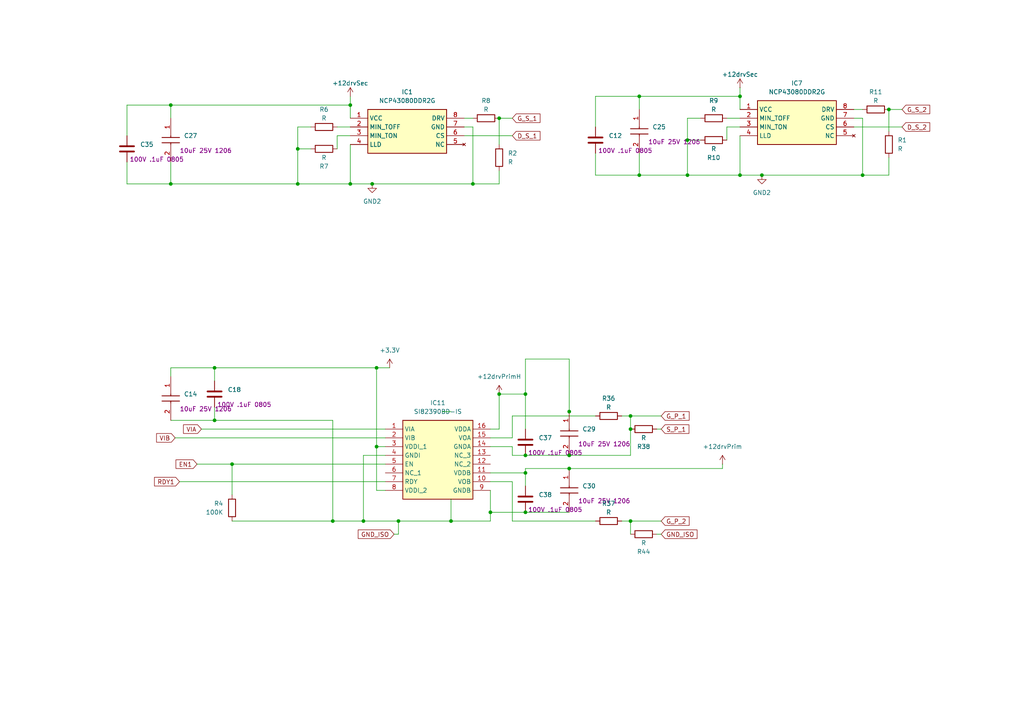
<source format=kicad_sch>
(kicad_sch (version 20250114) (generator "eeschema") (generator_version "9.0")
  (paper "A4")
  (lib_symbols
    (symbol "Device:C" (pin_numbers (hide yes)) (pin_names (offset 0.254))
      (property "Reference" "C" (at 0.635 2.54 0))
      (property "Value" "C" (at 0.635 -2.54 0))
      (symbol "C_0_1"
        (polyline (pts (xy -2.032 0.762) (xy 2.032 0.762)) (stroke (width 0.508)))
        (polyline (pts (xy -2.032 -0.762) (xy 2.032 -0.762)) (stroke (width 0.508)))
      )
      (symbol "C_1_1"
        (pin passive line (at 0 3.81 270) (length 2.794) (name "~") (number "1"))
        (pin passive line (at 0 -3.81 90) (length 2.794) (name "~") (number "2"))
      )
    )
    (symbol "Device:R" (pin_numbers (hide yes)) (pin_names (offset 0))
      (property "Reference" "R" (at 2.032 0 90))
      (property "Value" "R" (at 0 0 90))
      (symbol "R_0_1"
        (rectangle (start -1.016 -2.54) (end 1.016 2.54) (stroke (width 0.254)))
      )
      (symbol "R_1_1"
        (pin passive line (at 0 3.81 270) (length 1.27) (name "~") (number "1"))
        (pin passive line (at 0 -3.81 90) (length 1.27) (name "~") (number "2"))
      )
    )
    (symbol "GRM31CR71E106KA12K:GRM31CR71E106KA12K" (pin_names (hide yes))
      (property "Reference" "C" (at 8.89 6.35 0))
      (property "Value" "GRM31CR71E106KA12K" (at 8.89 3.81 0))
      (symbol "GRM31CR71E106KA12K_1_1"
        (polyline (pts (xy 5.08 0) (xy 5.588 0)) (stroke (width 0.254)))
        (polyline (pts (xy 5.588 2.54) (xy 5.588 -2.54)) (stroke (width 0.254)))
        (polyline (pts (xy 7.112 2.54) (xy 7.112 -2.54)) (stroke (width 0.254)))
        (polyline (pts (xy 7.112 0) (xy 7.62 0)) (stroke (width 0.254)))
        (pin passive line (at 0 0 0) (length 5.08) (name "1") (number "1"))
        (pin passive line (at 12.7 0 180) (length 5.08) (name "2") (number "2"))
      )
    )
    (symbol "NCP43080ADR2G:NCP43080ADR2G"
      (property "Reference" "IC" (at 29.21 7.62 0))
      (property "Value" "NCP43080ADR2G" (at 29.21 5.08 0))
      (symbol "NCP43080ADR2G_1_1"
        (rectangle (start 5.08 2.54) (end 27.94 -10.16) (stroke (width 0.254)) (fill (type background)))
        (pin passive line (at 0 0 0) (length 5.08) (name "VCC") (number "1"))
        (pin passive line (at 0 -2.54 0) (length 5.08) (name "MIN_TOFF") (number "2"))
        (pin passive line (at 0 -5.08 0) (length 5.08) (name "MIN_TON") (number "3"))
        (pin passive line (at 0 -7.62 0) (length 5.08) (name "LLD") (number "4"))
        (pin passive line (at 33.02 0 180) (length 5.08) (name "DRV") (number "8"))
        (pin passive line (at 33.02 -2.54 180) (length 5.08) (name "GND") (number "7"))
        (pin passive line (at 33.02 -5.08 180) (length 5.08) (name "CS") (number "6"))
        (pin no_connect line (at 33.02 -7.62 180) (length 5.08) (name "NC") (number "5"))
      )
    )
    (symbol "SI82390BD-IS:SI82390BD-IS"
      (property "Reference" "IC" (at 26.67 7.62 0))
      (property "Value" "SI82390BD-IS" (at 26.67 5.08 0))
      (symbol "SI82390BD-IS_1_1"
        (rectangle (start 5.08 2.54) (end 25.4 -20.32) (stroke (width 0.254)) (fill (type background)))
        (pin passive line (at 0 0 0) (length 5.08) (name "VIA") (number "1"))
        (pin passive line (at 0 -2.54 0) (length 5.08) (name "VIB") (number "2"))
        (pin passive line (at 0 -5.08 0) (length 5.08) (name "VDDI_1") (number "3"))
        (pin passive line (at 0 -7.62 0) (length 5.08) (name "GNDI") (number "4"))
        (pin passive line (at 0 -10.16 0) (length 5.08) (name "EN") (number "5"))
        (pin passive line (at 0 -12.7 0) (length 5.08) (name "NC_1") (number "6"))
        (pin passive line (at 0 -15.24 0) (length 5.08) (name "RDY") (number "7"))
        (pin passive line (at 0 -17.78 0) (length 5.08) (name "VDDI_2") (number "8"))
        (pin passive line (at 30.48 0 180) (length 5.08) (name "VDDA") (number "16"))
        (pin passive line (at 30.48 -2.54 180) (length 5.08) (name "VOA") (number "15"))
        (pin passive line (at 30.48 -5.08 180) (length 5.08) (name "GNDA") (number "14"))
        (pin passive line (at 30.48 -7.62 180) (length 5.08) (name "NC_3") (number "13"))
        (pin passive line (at 30.48 -10.16 180) (length 5.08) (name "NC_2") (number "12"))
        (pin passive line (at 30.48 -12.7 180) (length 5.08) (name "VDDB") (number "11"))
        (pin passive line (at 30.48 -15.24 180) (length 5.08) (name "VOB") (number "10"))
        (pin passive line (at 30.48 -17.78 180) (length 5.08) (name "GNDB") (number "9"))
      )
    )
    (symbol "power:+12V" (power) (pin_numbers (hide yes)) (pin_names (offset 0) (hide yes))
      (property "Value" "+12V" (at 0 3.556 0))
      (symbol "+12V_0_1"
        (polyline (pts (xy -0.762 1.27) (xy 0 2.54)))
        (polyline (pts (xy 0 2.54) (xy 0.762 1.27)))
        (polyline (pts (xy 0 0) (xy 0 2.54)))
      )
      (symbol "+12V_1_1"
        (pin power_in line (at 0 0 90) (length 0) (name "~") (number "1"))
      )
    )
    (symbol "power:+5V" (power) (pin_numbers (hide yes)) (pin_names (offset 0) (hide yes))
      (property "Value" "+5V" (at 0 3.556 0))
      (symbol "+5V_0_1"
        (polyline (pts (xy -0.762 1.27) (xy 0 2.54)))
        (polyline (pts (xy 0 2.54) (xy 0.762 1.27)))
        (polyline (pts (xy 0 0) (xy 0 2.54)))
      )
      (symbol "+5V_1_1"
        (pin power_in line (at 0 0 90) (length 0) (name "~") (number "1"))
      )
    )
    (symbol "power:GND2" (power) (pin_numbers (hide yes)) (pin_names (offset 0) (hide yes))
      (property "Value" "GND2" (at 0 -3.81 0))
      (symbol "GND2_0_1"
        (polyline (pts (xy 0 0) (xy 0 -1.27) (xy 1.27 -1.27) (xy 0 -2.54) (xy -1.27 -1.27) (xy 0 -1.27)))
      )
      (symbol "GND2_1_1"
        (pin power_in line (at 0 0 270) (length 0) (name "~") (number "1"))
      )
    )
  )
  (junction (at 49.53 30.48))
  (junction (at 182.88 124.46))
  (junction (at 105.41 151.13))
  (junction (at 101.6 53.34))
  (junction (at 152.4 148.59))
  (junction (at 165.1 132.08))
  (junction (at 185.42 27.94))
  (junction (at 199.39 50.8))
  (junction (at 115.57 151.13))
  (junction (at 96.52 151.13))
  (junction (at 67.31 134.62))
  (junction (at 101.6 30.48))
  (junction (at 86.36 43.18))
  (junction (at 182.88 120.65))
  (junction (at 257.81 31.75))
  (junction (at 250.19 50.8))
  (junction (at 165.1 119.38))
  (junction (at 49.53 53.34))
  (junction (at 109.22 129.54))
  (junction (at 62.23 106.68))
  (junction (at 130.81 151.13))
  (junction (at 144.78 34.29))
  (junction (at 62.23 121.92))
  (junction (at 214.63 50.8))
  (junction (at 220.98 50.8))
  (junction (at 199.39 40.64))
  (junction (at 86.36 53.34))
  (junction (at 185.42 50.8))
  (junction (at 214.63 27.94))
  (junction (at 152.4 114.3))
  (junction (at 107.95 53.34))
  (junction (at 152.4 137.16))
  (junction (at 152.4 132.08))
  (junction (at 142.24 148.59))
  (junction (at 165.1 135.89))
  (junction (at 137.16 53.34))
  (junction (at 182.88 151.13))
  (junction (at 109.22 106.68))
  (junction (at 144.78 114.3))
  (wire (pts (xy 247.65 34.29) (xy 250.19 34.29)))
  (wire (pts (xy 107.95 53.34) (xy 137.16 53.34)))
  (wire (pts (xy 107.95 53.34) (xy 101.6 53.34)))
  (wire (pts (xy 144.78 49.53) (xy 144.78 53.34)))
  (wire (pts (xy 152.4 114.3) (xy 152.4 124.46)))
  (wire (pts (xy 148.59 139.7) (xy 148.59 151.13)))
  (wire (pts (xy 182.88 151.13) (xy 191.77 151.13)))
  (wire (pts (xy 49.53 53.34) (xy 86.36 53.34)))
  (wire (pts (xy 101.6 30.48) (xy 101.6 34.29)))
  (wire (pts (xy 185.42 27.94) (xy 214.63 27.94)))
  (wire (pts (xy 90.17 36.83) (xy 86.36 36.83)))
  (wire (pts (xy 62.23 121.92) (xy 62.23 118.11)))
  (wire (pts (xy 97.79 39.37) (xy 101.6 39.37)))
  (wire (pts (xy 257.81 31.75) (xy 257.81 38.1)))
  (wire (pts (xy 148.59 120.65) (xy 172.72 120.65)))
  (wire (pts (xy 49.53 30.48) (xy 49.53 34.29)))
  (wire (pts (xy 180.34 151.13) (xy 182.88 151.13)))
  (wire (pts (xy 67.31 134.62) (xy 67.31 143.51)))
  (wire (pts (xy 62.23 121.92) (xy 96.52 121.92)))
  (wire (pts (xy 111.76 129.54) (xy 109.22 129.54)))
  (wire (pts (xy 172.72 27.94) (xy 185.42 27.94)))
  (wire (pts (xy 148.59 127) (xy 148.59 120.65)))
  (wire (pts (xy 220.98 50.8) (xy 250.19 50.8)))
  (wire (pts (xy 67.31 151.13) (xy 96.52 151.13)))
  (wire (pts (xy 109.22 106.68) (xy 109.22 129.54)))
  (wire (pts (xy 144.78 34.29) (xy 148.59 34.29)))
  (wire (pts (xy 62.23 110.49) (xy 62.23 106.68)))
  (wire (pts (xy 214.63 27.94) (xy 214.63 31.75)))
  (wire (pts (xy 142.24 137.16) (xy 152.4 137.16)))
  (wire (pts (xy 49.53 30.48) (xy 101.6 30.48)))
  (wire (pts (xy 128.27 119.38) (xy 130.81 119.38)))
  (wire (pts (xy 52.07 139.7) (xy 111.76 139.7)))
  (wire (pts (xy 214.63 25.4) (xy 214.63 27.94)))
  (wire (pts (xy 152.4 135.89) (xy 152.4 137.16)))
  (wire (pts (xy 190.5 154.94) (xy 191.77 154.94)))
  (wire (pts (xy 142.24 139.7) (xy 148.59 139.7)))
  (wire (pts (xy 49.53 106.68) (xy 62.23 106.68)))
  (wire (pts (xy 180.34 120.65) (xy 182.88 120.65)))
  (wire (pts (xy 109.22 106.68) (xy 113.03 106.68)))
  (wire (pts (xy 220.98 50.8) (xy 214.63 50.8)))
  (wire (pts (xy 152.4 132.08) (xy 165.1 132.08)))
  (wire (pts (xy 109.22 142.24) (xy 111.76 142.24)))
  (wire (pts (xy 250.19 50.8) (xy 257.81 50.8)))
  (wire (pts (xy 144.78 114.3) (xy 144.78 124.46)))
  (wire (pts (xy 130.81 144.78) (xy 130.81 151.13)))
  (wire (pts (xy 144.78 114.3) (xy 152.4 114.3)))
  (wire (pts (xy 67.31 134.62) (xy 111.76 134.62)))
  (wire (pts (xy 105.41 151.13) (xy 115.57 151.13)))
  (wire (pts (xy 36.83 53.34) (xy 49.53 53.34)))
  (wire (pts (xy 114.3 154.94) (xy 115.57 154.94)))
  (wire (pts (xy 58.42 124.46) (xy 111.76 124.46)))
  (wire (pts (xy 209.55 135.89) (xy 209.55 134.62)))
  (wire (pts (xy 50.8 127) (xy 111.76 127)))
  (wire (pts (xy 210.82 40.64) (xy 210.82 36.83)))
  (wire (pts (xy 165.1 119.38) (xy 165.1 124.46)))
  (wire (pts (xy 62.23 106.68) (xy 109.22 106.68)))
  (wire (pts (xy 97.79 43.18) (xy 97.79 39.37)))
  (wire (pts (xy 182.88 151.13) (xy 182.88 154.94)))
  (wire (pts (xy 86.36 53.34) (xy 86.36 43.18)))
  (wire (pts (xy 190.5 124.46) (xy 191.77 124.46)))
  (wire (pts (xy 86.36 43.18) (xy 90.17 43.18)))
  (wire (pts (xy 152.4 135.89) (xy 165.1 135.89)))
  (wire (pts (xy 144.78 34.29) (xy 144.78 41.91)))
  (wire (pts (xy 203.2 34.29) (xy 199.39 34.29)))
  (wire (pts (xy 96.52 151.13) (xy 105.41 151.13)))
  (wire (pts (xy 182.88 120.65) (xy 191.77 120.65)))
  (wire (pts (xy 185.42 27.94) (xy 185.42 31.75)))
  (wire (pts (xy 152.4 137.16) (xy 152.4 140.97)))
  (wire (pts (xy 97.79 36.83) (xy 101.6 36.83)))
  (wire (pts (xy 165.1 132.08) (xy 182.88 132.08)))
  (wire (pts (xy 101.6 41.91) (xy 101.6 53.34)))
  (wire (pts (xy 49.53 109.22) (xy 49.53 106.68)))
  (wire (pts (xy 257.81 31.75) (xy 261.62 31.75)))
  (wire (pts (xy 199.39 34.29) (xy 199.39 40.64)))
  (wire (pts (xy 247.65 36.83) (xy 261.62 36.83)))
  (wire (pts (xy 49.53 46.99) (xy 49.53 53.34)))
  (wire (pts (xy 105.41 132.08) (xy 105.41 151.13)))
  (wire (pts (xy 36.83 30.48) (xy 36.83 39.37)))
  (wire (pts (xy 165.1 104.14) (xy 165.1 119.38)))
  (wire (pts (xy 152.4 104.14) (xy 152.4 114.3)))
  (wire (pts (xy 172.72 27.94) (xy 172.72 36.83)))
  (wire (pts (xy 115.57 154.94) (xy 115.57 151.13)))
  (wire (pts (xy 152.4 148.59) (xy 165.1 148.59)))
  (wire (pts (xy 182.88 120.65) (xy 182.88 124.46)))
  (wire (pts (xy 250.19 34.29) (xy 250.19 50.8)))
  (wire (pts (xy 199.39 50.8) (xy 199.39 40.64)))
  (wire (pts (xy 142.24 142.24) (xy 142.24 148.59)))
  (wire (pts (xy 148.59 129.54) (xy 148.59 132.08)))
  (wire (pts (xy 49.53 121.92) (xy 62.23 121.92)))
  (wire (pts (xy 134.62 36.83) (xy 137.16 36.83)))
  (wire (pts (xy 148.59 129.54) (xy 142.24 129.54)))
  (wire (pts (xy 182.88 124.46) (xy 182.88 132.08)))
  (wire (pts (xy 137.16 53.34) (xy 144.78 53.34)))
  (wire (pts (xy 130.81 151.13) (xy 142.24 151.13)))
  (wire (pts (xy 257.81 45.72) (xy 257.81 50.8)))
  (wire (pts (xy 111.76 132.08) (xy 105.41 132.08)))
  (wire (pts (xy 137.16 36.83) (xy 137.16 53.34)))
  (wire (pts (xy 142.24 148.59) (xy 142.24 151.13)))
  (wire (pts (xy 148.59 151.13) (xy 172.72 151.13)))
  (wire (pts (xy 36.83 30.48) (xy 49.53 30.48)))
  (wire (pts (xy 214.63 50.8) (xy 199.39 50.8)))
  (wire (pts (xy 142.24 127) (xy 148.59 127)))
  (wire (pts (xy 134.62 39.37) (xy 148.59 39.37)))
  (wire (pts (xy 199.39 40.64) (xy 203.2 40.64)))
  (wire (pts (xy 101.6 53.34) (xy 86.36 53.34)))
  (wire (pts (xy 36.83 46.99) (xy 36.83 53.34)))
  (wire (pts (xy 210.82 34.29) (xy 214.63 34.29)))
  (wire (pts (xy 165.1 135.89) (xy 209.55 135.89)))
  (wire (pts (xy 96.52 121.92) (xy 96.52 151.13)))
  (wire (pts (xy 86.36 36.83) (xy 86.36 43.18)))
  (wire (pts (xy 172.72 44.45) (xy 172.72 50.8)))
  (wire (pts (xy 57.15 134.62) (xy 67.31 134.62)))
  (wire (pts (xy 148.59 132.08) (xy 152.4 132.08)))
  (wire (pts (xy 142.24 148.59) (xy 152.4 148.59)))
  (wire (pts (xy 152.4 104.14) (xy 165.1 104.14)))
  (wire (pts (xy 185.42 50.8) (xy 199.39 50.8)))
  (wire (pts (xy 172.72 50.8) (xy 185.42 50.8)))
  (wire (pts (xy 214.63 39.37) (xy 214.63 50.8)))
  (wire (pts (xy 130.81 151.13) (xy 115.57 151.13)))
  (wire (pts (xy 142.24 124.46) (xy 144.78 124.46)))
  (wire (pts (xy 210.82 36.83) (xy 214.63 36.83)))
  (wire (pts (xy 247.65 31.75) (xy 250.19 31.75)))
  (wire (pts (xy 185.42 44.45) (xy 185.42 50.8)))
  (wire (pts (xy 134.62 34.29) (xy 137.16 34.29)))
  (wire (pts (xy 109.22 129.54) (xy 109.22 142.24)))
  (wire (pts (xy 101.6 27.94) (xy 101.6 30.48)))
  (global_label "D_S_2" (shape input) (at 261.62 36.83 0) (property "Intersheetrefs" "${INTERSHEET_REFS}" (effects (hide yes))))
  (global_label "RDY1" (shape input) (at 52.07 139.7 180) (property "Intersheetrefs" "${INTERSHEET_REFS}" (effects (hide yes))))
  (global_label "G_P_2" (shape input) (at 191.77 151.13 0) (property "Intersheetrefs" "${INTERSHEET_REFS}" (effects (hide yes))))
  (global_label "D_S_1" (shape input) (at 148.59 39.37 0) (property "Intersheetrefs" "${INTERSHEET_REFS}" (effects (hide yes))))
  (global_label "G_S_1" (shape input) (at 148.59 34.29 0) (property "Intersheetrefs" "${INTERSHEET_REFS}" (effects (hide yes))))
  (global_label "S_P_1" (shape input) (at 191.77 124.46 0) (property "Intersheetrefs" "${INTERSHEET_REFS}" (effects (hide yes))))
  (global_label "VIB" (shape input) (at 50.8 127 180) (property "Intersheetrefs" "${INTERSHEET_REFS}" (effects (hide yes))))
  (global_label "GND_ISO" (shape input) (at 114.3 154.94 180) (property "Intersheetrefs" "${INTERSHEET_REFS}" (effects (hide yes))))
  (global_label "GND_ISO" (shape input) (at 191.77 154.94 0) (property "Intersheetrefs" "${INTERSHEET_REFS}" (effects (hide yes))))
  (global_label "G_P_1" (shape input) (at 191.77 120.65 0) (property "Intersheetrefs" "${INTERSHEET_REFS}" (effects (hide yes))))
  (global_label "G_S_2" (shape input) (at 261.62 31.75 0) (property "Intersheetrefs" "${INTERSHEET_REFS}" (effects (hide yes))))
  (global_label "VIA" (shape input) (at 58.42 124.46 180) (property "Intersheetrefs" "${INTERSHEET_REFS}" (effects (hide yes))))
  (global_label "EN1" (shape input) (at 57.15 134.62 180) (property "Intersheetrefs" "${INTERSHEET_REFS}" (effects (hide yes))))
  (symbol (lib_id "Device:R") (at 186.69 154.94 90) (mirror x) (unit 1)
    (property "Reference" "R44" (at 186.69 160.02 90))
    (property "Value" "R" (at 186.69 157.48 90))
    (property "Footprint" "Resistor_SMD:R_1206_3216Metric" (effects (hide yes)))
    (property "Description" "Resistor" (effects (hide yes)))
  )
  (symbol (lib_id "GRM31CR71E106KA12K:GRM31CR71E106KA12K") (at 165.1 119.38 270) (unit 1)
    (property "Reference" "C29" (at 168.91 124.4599 90) (effects (justify left)))
    (property "Value" "GRM31CR71E106KA12K" (effects (hide yes)))
    (property "Footprint" "GRM31CR71E106KA12K:GRM31x" (effects (hide yes)))
    (property "Datasheet" "https://search.murata.co.jp/Ceramy/image/img/A01X/G101/ENG/GRM31CR71E106KA12-01CA.pdf" (effects (hide yes)))
    (property "Description" "10uF 25V 1206" (at 175.26 128.778 90))
    (property "Height" "1.25" (effects (hide yes)))
    (property "Mouser Part Number" "81-GRM31CR71E106KA2K" (effects (hide yes)))
    (property "Mouser Price/Stock" "https://www.mouser.co.uk/ProductDetail/Murata-Electronics/GRM31CR71E106KA12K?qs=raY79WRVTyM6xGVExNjdaw%3D%3D" (effects (hide yes)))
    (property "Manufacturer_Name" "Murata Electronics" (effects (hide yes)))
    (property "Manufacturer_Part_Number" "GRM31CR71E106KA12K" (effects (hide yes)))
  )
  (symbol (lib_id "Device:R") (at 176.53 120.65 270) (unit 1)
    (property "Reference" "R36" (at 176.53 115.57 90))
    (property "Value" "R" (at 176.53 118.11 90))
    (property "Footprint" "Resistor_SMD:R_1206_3216Metric" (effects (hide yes)))
    (property "Description" "Resistor" (effects (hide yes)))
  )
  (symbol (lib_id "Device:R") (at 140.97 34.29 270) (unit 1)
    (property "Reference" "R8" (at 140.97 29.21 90))
    (property "Value" "R" (at 140.97 31.75 90))
    (property "Description" "Resistor" (effects (hide yes)))
  )
  (symbol (lib_id "Device:R") (at 257.81 41.91 180) (unit 1)
    (property "Reference" "R1" (at 260.35 40.6399 0) (effects (justify right)))
    (property "Value" "R" (at 260.35 43.1799 0) (effects (justify right)))
    (property "Footprint" "Resistor_SMD:R_1206_3216Metric" (effects (hide yes)))
    (property "Description" "Resistor" (effects (hide yes)))
  )
  (symbol (lib_id "Device:R") (at 254 31.75 270) (unit 1)
    (property "Reference" "R11" (at 254 26.67 90))
    (property "Value" "R" (at 254 29.21 90))
    (property "Footprint" "Resistor_SMD:R_1206_3216Metric" (effects (hide yes)))
    (property "Description" "Resistor" (effects (hide yes)))
  )
  (symbol (lib_id "GRM31CR71E106KA12K:GRM31CR71E106KA12K") (at 165.1 135.89 270) (unit 1)
    (property "Reference" "C30" (at 168.91 140.9699 90) (effects (justify left)))
    (property "Value" "GRM31CR71E106KA12K" (effects (hide yes)))
    (property "Footprint" "GRM31CR71E106KA12K:GRM31x" (effects (hide yes)))
    (property "Datasheet" "https://search.murata.co.jp/Ceramy/image/img/A01X/G101/ENG/GRM31CR71E106KA12-01CA.pdf" (effects (hide yes)))
    (property "Description" "10uF 25V 1206" (at 175.26 145.288 90))
    (property "Height" "1.25" (effects (hide yes)))
    (property "Mouser Part Number" "81-GRM31CR71E106KA2K" (effects (hide yes)))
    (property "Mouser Price/Stock" "https://www.mouser.co.uk/ProductDetail/Murata-Electronics/GRM31CR71E106KA12K?qs=raY79WRVTyM6xGVExNjdaw%3D%3D" (effects (hide yes)))
    (property "Manufacturer_Name" "Murata Electronics" (effects (hide yes)))
    (property "Manufacturer_Part_Number" "GRM31CR71E106KA12K" (effects (hide yes)))
  )
  (symbol (lib_id "power:+12V") (at 101.6 27.94 0) (unit 1)
    (property "Reference" "#PWR011" (effects (hide yes)))
    (property "Value" "+12drvSec" (at 101.6 24.13 0))
    (property "Description" "Power symbol creates a global label with name \"+12V\"" (effects (hide yes)))
  )
  (symbol (lib_id "power:+12V") (at 214.63 25.4 0) (unit 1)
    (property "Reference" "#PWR013" (effects (hide yes)))
    (property "Value" "+12drvSec" (at 214.63 21.59 0))
    (property "Description" "Power symbol creates a global label with name \"+12V\"" (effects (hide yes)))
  )
  (symbol (lib_id "Device:R") (at 93.98 43.18 270) (mirror x) (unit 1)
    (property "Reference" "R7" (at 93.98 48.26 90))
    (property "Value" "R" (at 93.98 45.72 90))
    (property "Description" "Resistor" (effects (hide yes)))
  )
  (symbol (lib_id "power:GND2") (at 107.95 53.34 0) (unit 1)
    (property "Reference" "#PWR012" (effects (hide yes)))
    (property "Value" "GND2" (at 107.95 58.42 0))
    (property "Description" "Power symbol creates a global label with name \"GND2\" , ground" (effects (hide yes)))
  )
  (symbol (lib_id "Device:R") (at 186.69 124.46 90) (mirror x) (unit 1)
    (property "Reference" "R38" (at 186.69 129.54 90))
    (property "Value" "R" (at 186.69 127 90))
    (property "Footprint" "Resistor_SMD:R_1206_3216Metric" (effects (hide yes)))
    (property "Description" "Resistor" (effects (hide yes)))
  )
  (symbol (lib_id "Device:C") (at 62.23 114.3 0) (unit 1)
    (property "Reference" "C18" (at 66.04 113.0299 0) (effects (justify left)))
    (property "Value" "SH21B104K101CT" (effects (hide yes)))
    (property "Footprint" "Capacitor_SMD:C_0805_2012Metric" (effects (hide yes)))
    (property "Datasheet" "https://www.mouser.fr/datasheet/3/317/1/WTC_MLCC_Soft_term_SH.pdf" (effects (hide yes)))
    (property "Description" "100V .1uF 0805" (at 70.866 117.348 0))
    (property "Manufacturer_Name" "Walsin" (effects (hide yes)))
    (property "Manufacturer_Part_Number " "SH21B104K101CT" (effects (hide yes)))
    (property "Mouser Part Number" "791-SH21B104K101CT" (effects (hide yes)))
  )
  (symbol (lib_id "power:+12V") (at 209.55 134.62 0) (unit 1)
    (property "Reference" "#PWR040" (effects (hide yes)))
    (property "Value" "+12drvPrim" (at 209.55 129.54 0))
    (property "Description" "Power symbol creates a global label with name \"+12V\"" (effects (hide yes)))
  )
  (symbol (lib_id "Device:R") (at 176.53 151.13 270) (unit 1)
    (property "Reference" "R37" (at 176.53 146.05 90))
    (property "Value" "R" (at 176.53 148.59 90))
    (property "Footprint" "Resistor_SMD:R_1206_3216Metric" (effects (hide yes)))
    (property "Description" "Resistor" (effects (hide yes)))
  )
  (symbol (lib_id "power:GND2") (at 220.98 50.8 0) (unit 1)
    (property "Reference" "#PWR014" (effects (hide yes)))
    (property "Value" "GND2" (at 220.98 55.88 0))
    (property "Description" "Power symbol creates a global label with name \"GND2\" , ground" (effects (hide yes)))
  )
  (symbol (lib_id "Device:R") (at 207.01 40.64 270) (mirror x) (unit 1)
    (property "Reference" "R10" (at 207.01 45.72 90))
    (property "Value" "R" (at 207.01 43.18 90))
    (property "Footprint" "Resistor_SMD:R_1206_3216Metric" (effects (hide yes)))
    (property "Description" "Resistor" (effects (hide yes)))
  )
  (symbol (lib_id "power:+5V") (at 113.03 106.68 0) (unit 1)
    (property "Reference" "#PWR034" (effects (hide yes)))
    (property "Value" "+3.3V" (at 113.03 101.6 0))
    (property "Description" "Power symbol creates a global label with name \"+5V\"" (effects (hide yes)))
  )
  (symbol (lib_id "Device:R") (at 67.31 147.32 0) (mirror y) (unit 1)
    (property "Reference" "R4" (at 64.77 146.0499 0) (effects (justify left)))
    (property "Value" "100K" (at 64.77 148.5899 0) (effects (justify left)))
    (property "Footprint" "Resistor_SMD:R_1206_3216Metric" (effects (hide yes)))
    (property "Description" "Resistor" (effects (hide yes)))
  )
  (symbol (lib_id "power:+12V") (at 144.78 114.3 0) (unit 1)
    (property "Reference" "#PWR039" (effects (hide yes)))
    (property "Value" "+12drvPrimH" (at 144.78 109.22 0))
    (property "Description" "Power symbol creates a global label with name \"+12V\"" (effects (hide yes)))
  )
  (symbol (lib_id "Device:C") (at 152.4 144.78 0) (unit 1)
    (property "Reference" "C38" (at 156.21 143.5099 0) (effects (justify left)))
    (property "Value" "SH21B104K101CT" (effects (hide yes)))
    (property "Footprint" "Capacitor_SMD:C_0805_2012Metric" (effects (hide yes)))
    (property "Datasheet" "https://www.mouser.fr/datasheet/3/317/1/WTC_MLCC_Soft_term_SH.pdf" (effects (hide yes)))
    (property "Description" "100V .1uF 0805" (at 161.036 147.828 0))
    (property "Manufacturer_Name" "Walsin" (effects (hide yes)))
    (property "Manufacturer_Part_Number " "SH21B104K101CT" (effects (hide yes)))
    (property "Mouser Part Number" "791-SH21B104K101CT" (effects (hide yes)))
  )
  (symbol (lib_id "Device:C") (at 152.4 128.27 0) (unit 1)
    (property "Reference" "C37" (at 156.21 126.9999 0) (effects (justify left)))
    (property "Value" "SH21B104K101CT" (effects (hide yes)))
    (property "Footprint" "Capacitor_SMD:C_0805_2012Metric" (effects (hide yes)))
    (property "Datasheet" "https://www.mouser.fr/datasheet/3/317/1/WTC_MLCC_Soft_term_SH.pdf" (effects (hide yes)))
    (property "Description" "100V .1uF 0805" (at 161.036 131.318 0))
    (property "Manufacturer_Name" "Walsin" (effects (hide yes)))
    (property "Manufacturer_Part_Number " "SH21B104K101CT" (effects (hide yes)))
    (property "Mouser Part Number" "791-SH21B104K101CT" (effects (hide yes)))
  )
  (symbol (lib_id "GRM31CR71E106KA12K:GRM31CR71E106KA12K") (at 49.53 34.29 270) (unit 1)
    (property "Reference" "C27" (at 53.34 39.3699 90) (effects (justify left)))
    (property "Value" "GRM31CR71E106KA12K" (effects (hide yes)))
    (property "Footprint" "GRM31CR71E106KA12K:GRM31x" (effects (hide yes)))
    (property "Datasheet" "https://search.murata.co.jp/Ceramy/image/img/A01X/G101/ENG/GRM31CR71E106KA12-01CA.pdf" (effects (hide yes)))
    (property "Description" "10uF 25V 1206" (at 59.69 43.688 90))
    (property "Height" "1.25" (effects (hide yes)))
    (property "Mouser Part Number" "81-GRM31CR71E106KA2K" (effects (hide yes)))
    (property "Mouser Price/Stock" "https://www.mouser.co.uk/ProductDetail/Murata-Electronics/GRM31CR71E106KA12K?qs=raY79WRVTyM6xGVExNjdaw%3D%3D" (effects (hide yes)))
    (property "Manufacturer_Name" "Murata Electronics" (effects (hide yes)))
    (property "Manufacturer_Part_Number" "GRM31CR71E106KA12K" (effects (hide yes)))
  )
  (symbol (lib_id "NCP43080ADR2G:NCP43080ADR2G") (at 214.63 31.75 0) (unit 1)
    (property "Reference" "IC7" (at 231.14 24.13 0))
    (property "Value" "NCP43080DDR2G" (at 231.14 26.67 0))
    (property "Footprint" "Package_SO:SOIC-8_3.9x4.9mm_P1.27mm" (effects (hide yes)))
    (property "Datasheet" "https://www.onsemi.com/download/data-sheet/pdf/ncp43080-d.pdf" (effects (hide yes)))
    (property "Description" "SelfContained Control of Synchronous Rectifier in CCM, DCM and QR for Flyback or LLC Applications; Precise True Secondary Zero Current Detection; Rugged Current Sense Pin (up to 150 V); Adjustable Minimum ONTime; Adjustable Minimum OFF-Time with Ringing Detection; Adjustable Maximum ONTime for CCM Controlling of Primary QR Controller; Operating Voltage Range up to VCC = 35 V; 8 A / 4 A Peak Current Sink / Source Drive Capability; GaN Transistor Driving Capability (options A and C); Low Startup Current Co" (effects (hide yes)))
    (property "Height" "1.75" (effects (hide yes)))
    (property "Mouser Part Number" "863-NCP43080DDR2G" (effects (hide yes)))
    (property "Mouser Price/Stock" "https://www.mouser.co.uk/ProductDetail/onsemi/NCP43080ADR2G?qs=4vGevBu%252B8qm6lzgD6nO%252B4g%3D%3D" (effects (hide yes)))
    (property "Manufacturer_Name" "onsemi" (effects (hide yes)))
    (property "Manufacturer_Part_Number" "NCP43080DDR2G" (effects (hide yes)))
  )
  (symbol (lib_id "Device:C") (at 172.72 40.64 0) (unit 1)
    (property "Reference" "C12" (at 176.53 39.3699 0) (effects (justify left)))
    (property "Value" "SH21B104K101CT" (effects (hide yes)))
    (property "Footprint" "Capacitor_SMD:C_0805_2012Metric" (effects (hide yes)))
    (property "Datasheet" "https://www.mouser.fr/datasheet/3/317/1/WTC_MLCC_Soft_term_SH.pdf" (effects (hide yes)))
    (property "Description" "100V .1uF 0805" (at 181.356 43.688 0))
    (property "Manufacturer_Name" "Walsin" (effects (hide yes)))
    (property "Manufacturer_Part_Number " "SH21B104K101CT" (effects (hide yes)))
    (property "Mouser Part Number" "791-SH21B104K101CT" (effects (hide yes)))
  )
  (symbol (lib_id "SI82390BD-IS:SI82390BD-IS") (at 111.76 124.46 0) (unit 1)
    (property "Reference" "IC11" (at 127 116.84 0))
    (property "Value" "SI82390BD-IS" (at 127 119.38 0))
    (property "Footprint" "SI82390BD-IS:SOIC127P1030X265-16N" (effects (hide yes)))
    (property "Description" "Gate Drivers 5 kV 8 V UVLO dual isolated gate driver" (effects (hide yes)))
    (property "Height" "2.65" (effects (hide yes)))
    (property "Mouser Part Number" "634-SI82390BD-IS" (effects (hide yes)))
    (property "Mouser Price/Stock" "https://www.mouser.co.uk/ProductDetail/Skyworks-Solutions-Inc/SI82390BD-IS?qs=6OIXIgk3fwek%2FlEM9Z8%2F2g%3D%3D" (effects (hide yes)))
    (property "Manufacturer_Name" "Skyworks" (effects (hide yes)))
    (property "Manufacturer_Part_Number" "SI82390BD-IS" (effects (hide yes)))
  )
  (symbol (lib_id "GRM31CR71E106KA12K:GRM31CR71E106KA12K") (at 49.53 109.22 270) (unit 1)
    (property "Reference" "C14" (at 53.34 114.2999 90) (effects (justify left)))
    (property "Value" "GRM31CR71E106KA12K" (effects (hide yes)))
    (property "Footprint" "GRM31CR71E106KA12K:GRM31x" (effects (hide yes)))
    (property "Datasheet" "https://search.murata.co.jp/Ceramy/image/img/A01X/G101/ENG/GRM31CR71E106KA12-01CA.pdf" (effects (hide yes)))
    (property "Description" "10uF 25V 1206" (at 59.69 118.618 90))
    (property "Height" "1.25" (effects (hide yes)))
    (property "Mouser Part Number" "81-GRM31CR71E106KA2K" (effects (hide yes)))
    (property "Mouser Price/Stock" "https://www.mouser.co.uk/ProductDetail/Murata-Electronics/GRM31CR71E106KA12K?qs=raY79WRVTyM6xGVExNjdaw%3D%3D" (effects (hide yes)))
    (property "Manufacturer_Name" "Murata Electronics" (effects (hide yes)))
    (property "Manufacturer_Part_Number" "GRM31CR71E106KA12K" (effects (hide yes)))
  )
  (symbol (lib_id "Device:R") (at 207.01 34.29 270) (unit 1)
    (property "Reference" "R9" (at 207.01 29.21 90))
    (property "Value" "R" (at 207.01 31.75 90))
    (property "Footprint" "Resistor_SMD:R_1206_3216Metric" (effects (hide yes)))
    (property "Description" "Resistor" (effects (hide yes)))
  )
  (symbol (lib_id "Device:R") (at 93.98 36.83 270) (unit 1)
    (property "Reference" "R6" (at 93.98 31.75 90))
    (property "Value" "R" (at 93.98 34.29 90))
    (property "Description" "Resistor" (effects (hide yes)))
  )
  (symbol (lib_id "NCP43080ADR2G:NCP43080ADR2G") (at 101.6 34.29 0) (unit 1)
    (property "Reference" "IC1" (at 118.11 26.67 0))
    (property "Value" "NCP43080DDR2G" (at 118.11 29.21 0))
    (property "Footprint" "Package_SO:SOIC-8_3.9x4.9mm_P1.27mm" (effects (hide yes)))
    (property "Datasheet" "https://www.onsemi.com/download/data-sheet/pdf/ncp43080-d.pdf" (effects (hide yes)))
    (property "Description" "SelfContained Control of Synchronous Rectifier in CCM, DCM and QR for Flyback or LLC Applications; Precise True Secondary Zero Current Detection; Rugged Current Sense Pin (up to 150 V); Adjustable Minimum ONTime; Adjustable Minimum OFF-Time with Ringing Detection; Adjustable Maximum ONTime for CCM Controlling of Primary QR Controller; Operating Voltage Range up to VCC = 35 V; 8 A / 4 A Peak Current Sink / Source Drive Capability; GaN Transistor Driving Capability (options A and C); Low Startup Current Co" (effects (hide yes)))
    (property "Height" "1.75" (effects (hide yes)))
    (property "Mouser Part Number" "863-NCP43080DDR2G" (effects (hide yes)))
    (property "Mouser Price/Stock" "https://www.mouser.co.uk/ProductDetail/onsemi/NCP43080ADR2G?qs=4vGevBu%252B8qm6lzgD6nO%252B4g%3D%3D" (effects (hide yes)))
    (property "Manufacturer_Name" "onsemi" (effects (hide yes)))
    (property "Manufacturer_Part_Number" "NCP43080DDR2G" (effects (hide yes)))
  )
  (symbol (lib_id "Device:C") (at 36.83 43.18 0) (unit 1)
    (property "Reference" "C35" (at 40.64 41.9099 0) (effects (justify left)))
    (property "Value" "SH21B104K101CT" (effects (hide yes)))
    (property "Footprint" "Capacitor_SMD:C_0805_2012Metric" (effects (hide yes)))
    (property "Datasheet" "https://www.mouser.fr/datasheet/3/317/1/WTC_MLCC_Soft_term_SH.pdf" (effects (hide yes)))
    (property "Description" "100V .1uF 0805" (at 45.466 46.228 0))
    (property "Manufacturer_Name" "Walsin" (effects (hide yes)))
    (property "Manufacturer_Part_Number " "SH21B104K101CT" (effects (hide yes)))
    (property "Mouser Part Number" "791-SH21B104K101CT" (effects (hide yes)))
  )
  (symbol (lib_id "GRM31CR71E106KA12K:GRM31CR71E106KA12K") (at 185.42 31.75 270) (unit 1)
    (property "Reference" "C25" (at 189.23 36.8299 90) (effects (justify left)))
    (property "Value" "GRM31CR71E106KA12K" (effects (hide yes)))
    (property "Footprint" "GRM31CR71E106KA12K:GRM31x" (effects (hide yes)))
    (property "Datasheet" "https://search.murata.co.jp/Ceramy/image/img/A01X/G101/ENG/GRM31CR71E106KA12-01CA.pdf" (effects (hide yes)))
    (property "Description" "10uF 25V 1206" (at 195.58 41.148 90))
    (property "Height" "1.25" (effects (hide yes)))
    (property "Mouser Part Number" "81-GRM31CR71E106KA2K" (effects (hide yes)))
    (property "Mouser Price/Stock" "https://www.mouser.co.uk/ProductDetail/Murata-Electronics/GRM31CR71E106KA12K?qs=raY79WRVTyM6xGVExNjdaw%3D%3D" (effects (hide yes)))
    (property "Manufacturer_Name" "Murata Electronics" (effects (hide yes)))
    (property "Manufacturer_Part_Number" "GRM31CR71E106KA12K" (effects (hide yes)))
  )
  (symbol (lib_id "Device:R") (at 144.78 45.72 180) (unit 1)
    (property "Reference" "R2" (at 147.32 44.4499 0) (effects (justify right)))
    (property "Value" "R" (at 147.32 46.9899 0) (effects (justify right)))
    (property "Footprint" "Resistor_SMD:R_1206_3216Metric" (effects (hide yes)))
    (property "Description" "Resistor" (effects (hide yes)))
  )
)
</source>
